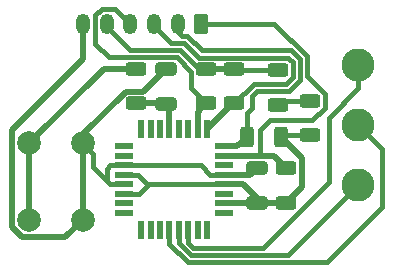
<source format=gbr>
%TF.GenerationSoftware,KiCad,Pcbnew,(6.0.4)*%
%TF.CreationDate,2022-08-13T16:34:13-04:00*%
%TF.ProjectId,Atmega_remote,41746d65-6761-45f7-9265-6d6f74652e6b,rev?*%
%TF.SameCoordinates,Original*%
%TF.FileFunction,Copper,L1,Top*%
%TF.FilePolarity,Positive*%
%FSLAX46Y46*%
G04 Gerber Fmt 4.6, Leading zero omitted, Abs format (unit mm)*
G04 Created by KiCad (PCBNEW (6.0.4)) date 2022-08-13 16:34:13*
%MOMM*%
%LPD*%
G01*
G04 APERTURE LIST*
G04 Aperture macros list*
%AMRoundRect*
0 Rectangle with rounded corners*
0 $1 Rounding radius*
0 $2 $3 $4 $5 $6 $7 $8 $9 X,Y pos of 4 corners*
0 Add a 4 corners polygon primitive as box body*
4,1,4,$2,$3,$4,$5,$6,$7,$8,$9,$2,$3,0*
0 Add four circle primitives for the rounded corners*
1,1,$1+$1,$2,$3*
1,1,$1+$1,$4,$5*
1,1,$1+$1,$6,$7*
1,1,$1+$1,$8,$9*
0 Add four rect primitives between the rounded corners*
20,1,$1+$1,$2,$3,$4,$5,0*
20,1,$1+$1,$4,$5,$6,$7,0*
20,1,$1+$1,$6,$7,$8,$9,0*
20,1,$1+$1,$8,$9,$2,$3,0*%
G04 Aperture macros list end*
%TA.AperFunction,SMDPad,CuDef*%
%ADD10RoundRect,0.250000X0.625000X-0.312500X0.625000X0.312500X-0.625000X0.312500X-0.625000X-0.312500X0*%
%TD*%
%TA.AperFunction,SMDPad,CuDef*%
%ADD11RoundRect,0.250000X-0.625000X0.312500X-0.625000X-0.312500X0.625000X-0.312500X0.625000X0.312500X0*%
%TD*%
%TA.AperFunction,SMDPad,CuDef*%
%ADD12RoundRect,0.250000X0.650000X-0.325000X0.650000X0.325000X-0.650000X0.325000X-0.650000X-0.325000X0*%
%TD*%
%TA.AperFunction,ComponentPad*%
%ADD13C,2.800000*%
%TD*%
%TA.AperFunction,ComponentPad*%
%ADD14C,2.000000*%
%TD*%
%TA.AperFunction,ComponentPad*%
%ADD15RoundRect,0.250000X0.350000X0.625000X-0.350000X0.625000X-0.350000X-0.625000X0.350000X-0.625000X0*%
%TD*%
%TA.AperFunction,ComponentPad*%
%ADD16O,1.200000X1.750000*%
%TD*%
%TA.AperFunction,SMDPad,CuDef*%
%ADD17R,1.600000X0.550000*%
%TD*%
%TA.AperFunction,SMDPad,CuDef*%
%ADD18R,0.550000X1.600000*%
%TD*%
%TA.AperFunction,SMDPad,CuDef*%
%ADD19RoundRect,0.250000X-0.312500X-0.625000X0.312500X-0.625000X0.312500X0.625000X-0.312500X0.625000X0*%
%TD*%
%TA.AperFunction,Conductor*%
%ADD20C,0.400000*%
%TD*%
%TA.AperFunction,Conductor*%
%ADD21C,0.500000*%
%TD*%
G04 APERTURE END LIST*
D10*
%TO.P,J,1*%
%TO.N,VCC*%
X140900000Y-74037500D03*
X140900000Y-76962500D03*
%TD*%
D11*
%TO.P,R5,1*%
%TO.N,Button1*%
X138900000Y-79737500D03*
%TO.P,R5,2*%
%TO.N,VCC*%
X138900000Y-82662500D03*
%TD*%
D12*
%TO.P,C2,1*%
%TO.N,Net-(U1-Pad29)*%
X128700000Y-74275000D03*
%TO.P,C2,2*%
%TO.N,GND*%
X128700000Y-71325000D03*
%TD*%
%TO.P,C1,1*%
%TO.N,VCC*%
X136400000Y-82675000D03*
%TO.P,C1,2*%
%TO.N,GND*%
X136400000Y-79725000D03*
%TD*%
D10*
%TO.P,J,1*%
%TO.N,VCC*%
X138200000Y-74362500D03*
X138200000Y-71437500D03*
%TD*%
D13*
%TO.P,TP0,1,1*%
%TO.N,PB0*%
X145000000Y-76080000D03*
%TD*%
D14*
%TO.P,SW1,1,1*%
%TO.N,Net-(R1-Pad2)*%
X117150000Y-84150000D03*
X117150000Y-77650000D03*
%TO.P,SW1,2,2*%
%TO.N,GND*%
X121650000Y-84150000D03*
X121650000Y-77650000D03*
%TD*%
D10*
%TO.P,R2,1*%
%TO.N,Button4*%
X132100000Y-74262500D03*
%TO.P,R2,2*%
%TO.N,VCC*%
X132100000Y-71337500D03*
%TD*%
D15*
%TO.P,J1,1,Pin_1*%
%TO.N,Button1*%
X131700000Y-67500000D03*
D16*
%TO.P,J1,2,Pin_2*%
%TO.N,Button2*%
X129700000Y-67500000D03*
%TO.P,J1,3,Pin_3*%
%TO.N,Button3*%
X127700000Y-67500000D03*
%TO.P,J1,4,Pin_4*%
%TO.N,Button4*%
X125700000Y-67500000D03*
%TO.P,J1,5,Pin_5*%
%TO.N,VCC*%
X123700000Y-67500000D03*
%TO.P,J1,6,Pin_6*%
%TO.N,GND*%
X121700000Y-67500000D03*
%TD*%
D13*
%TO.P,TP1,1,1*%
%TO.N,PB1*%
X145000000Y-81160000D03*
%TD*%
%TO.P,TP2,1,1*%
%TO.N,PB2*%
X145000000Y-71000000D03*
%TD*%
D10*
%TO.P,R1,1*%
%TO.N,Net-(U1-Pad29)*%
X126200000Y-74262500D03*
%TO.P,R1,2*%
%TO.N,Net-(R1-Pad2)*%
X126200000Y-71337500D03*
%TD*%
D17*
%TO.P,U1,1,PD3*%
%TO.N,unconnected-(U1-Pad1)*%
X125150000Y-77900000D03*
%TO.P,U1,2,PD4*%
%TO.N,unconnected-(U1-Pad2)*%
X125150000Y-78700000D03*
%TO.P,U1,3,GND*%
%TO.N,GND*%
X125150000Y-79500000D03*
%TO.P,U1,4,VCC*%
%TO.N,VCC*%
X125150000Y-80300000D03*
%TO.P,U1,5,GND*%
%TO.N,GND*%
X125150000Y-81100000D03*
%TO.P,U1,6,VCC*%
%TO.N,VCC*%
X125150000Y-81900000D03*
%TO.P,U1,7,XTAL1/PB6*%
%TO.N,unconnected-(U1-Pad7)*%
X125150000Y-82700000D03*
%TO.P,U1,8,XTAL2/PB7*%
%TO.N,unconnected-(U1-Pad8)*%
X125150000Y-83500000D03*
D18*
%TO.P,U1,9,PD5*%
%TO.N,unconnected-(U1-Pad9)*%
X126600000Y-84950000D03*
%TO.P,U1,10,PD6*%
%TO.N,unconnected-(U1-Pad10)*%
X127400000Y-84950000D03*
%TO.P,U1,11,PD7*%
%TO.N,unconnected-(U1-Pad11)*%
X128200000Y-84950000D03*
%TO.P,U1,12,PB0*%
%TO.N,PB0*%
X129000000Y-84950000D03*
%TO.P,U1,13,PB1*%
%TO.N,PB1*%
X129800000Y-84950000D03*
%TO.P,U1,14,PB2*%
%TO.N,PB2*%
X130600000Y-84950000D03*
%TO.P,U1,15,PB3*%
%TO.N,MOSI*%
X131400000Y-84950000D03*
%TO.P,U1,16,PB4*%
%TO.N,MISO*%
X132200000Y-84950000D03*
D17*
%TO.P,U1,17,PB5*%
%TO.N,SCK*%
X133650000Y-83500000D03*
%TO.P,U1,18,AVCC*%
%TO.N,VCC*%
X133650000Y-82700000D03*
%TO.P,U1,19,ADC6*%
%TO.N,unconnected-(U1-Pad19)*%
X133650000Y-81900000D03*
%TO.P,U1,20,AREF*%
%TO.N,VCC*%
X133650000Y-81100000D03*
%TO.P,U1,21,GND*%
%TO.N,GND*%
X133650000Y-80300000D03*
%TO.P,U1,22,ADC7*%
%TO.N,unconnected-(U1-Pad22)*%
X133650000Y-79500000D03*
%TO.P,U1,23,PC0*%
%TO.N,Button1*%
X133650000Y-78700000D03*
%TO.P,U1,24,PC1*%
%TO.N,Button2*%
X133650000Y-77900000D03*
D18*
%TO.P,U1,25,PC2*%
%TO.N,Button3*%
X132200000Y-76450000D03*
%TO.P,U1,26,PC3*%
%TO.N,Button4*%
X131400000Y-76450000D03*
%TO.P,U1,27,PC4*%
%TO.N,unconnected-(U1-Pad27)*%
X130600000Y-76450000D03*
%TO.P,U1,28,PC5*%
%TO.N,unconnected-(U1-Pad28)*%
X129800000Y-76450000D03*
%TO.P,U1,29,~{RESET}/PC6*%
%TO.N,Net-(U1-Pad29)*%
X129000000Y-76450000D03*
%TO.P,U1,30,PD0*%
%TO.N,unconnected-(U1-Pad30)*%
X128200000Y-76450000D03*
%TO.P,U1,31,PD1*%
%TO.N,unconnected-(U1-Pad31)*%
X127400000Y-76450000D03*
%TO.P,U1,32,PD2*%
%TO.N,unconnected-(U1-Pad32)*%
X126600000Y-76450000D03*
%TD*%
D19*
%TO.P,R4,1*%
%TO.N,Button2*%
X135537500Y-77100000D03*
%TO.P,R4,2*%
%TO.N,VCC*%
X138462500Y-77100000D03*
%TD*%
D10*
%TO.P,R3,1*%
%TO.N,Button3*%
X134500000Y-74262500D03*
%TO.P,R3,2*%
%TO.N,VCC*%
X134500000Y-71337500D03*
%TD*%
D20*
%TO.N,VCC*%
X134600000Y-71437500D02*
X134500000Y-71337500D01*
D21*
X140224520Y-81337980D02*
X138900000Y-82662500D01*
X140224520Y-78862020D02*
X140224520Y-81337980D01*
D20*
X123700000Y-67781440D02*
X125669520Y-69750960D01*
X126324022Y-80300000D02*
X125150000Y-80300000D01*
X131524606Y-71337500D02*
X132100000Y-71337500D01*
X138200000Y-76837500D02*
X138462500Y-77100000D01*
X123700000Y-67500000D02*
X123700000Y-67781440D01*
X140900000Y-74037500D02*
X138525000Y-74037500D01*
D21*
X133675000Y-82675000D02*
X133650000Y-82700000D01*
D20*
X138525000Y-74037500D02*
X138200000Y-74362500D01*
D21*
X138900000Y-82662500D02*
X136412500Y-82662500D01*
D20*
X125669520Y-69750960D02*
X129938066Y-69750960D01*
X129938066Y-69750960D02*
X131524606Y-71337500D01*
X140900000Y-76962500D02*
X138600000Y-76962500D01*
X125150000Y-81900000D02*
X126450000Y-81900000D01*
X126450000Y-81900000D02*
X127124022Y-81225978D01*
X127124022Y-81100000D02*
X126324022Y-80300000D01*
X138600000Y-76962500D02*
X138462500Y-77100000D01*
D21*
X136412500Y-82662500D02*
X136400000Y-82675000D01*
D20*
X138200000Y-71437500D02*
X134600000Y-71437500D01*
D21*
X138462500Y-77100000D02*
X140224520Y-78862020D01*
X136400000Y-82300000D02*
X135200000Y-81100000D01*
X136400000Y-82675000D02*
X136400000Y-82300000D01*
X132100000Y-71337500D02*
X134500000Y-71337500D01*
D20*
X133650000Y-81100000D02*
X127124022Y-81100000D01*
X127124022Y-81225978D02*
X127124022Y-81100000D01*
D21*
X135200000Y-81100000D02*
X133650000Y-81100000D01*
X136400000Y-82675000D02*
X133675000Y-82675000D01*
D20*
%TO.N,GND*%
X123975978Y-79500000D02*
X123700000Y-79775978D01*
X123700000Y-80824022D02*
X123975978Y-81100000D01*
X122500000Y-78500000D02*
X122500000Y-79624022D01*
D21*
X115700489Y-84750408D02*
X116549592Y-85599511D01*
X125285250Y-73250480D02*
X121650000Y-76885730D01*
X121650000Y-76885730D02*
X121650000Y-77650000D01*
X128700000Y-71325000D02*
X126774520Y-73250480D01*
D20*
X123975978Y-81100000D02*
X125150000Y-81100000D01*
X121650000Y-77650000D02*
X122500000Y-78500000D01*
X123700000Y-79775978D02*
X123700000Y-80824022D01*
D21*
X136400000Y-79725000D02*
X135825000Y-80300000D01*
X115700489Y-76499511D02*
X115700489Y-84750408D01*
X126774520Y-73250480D02*
X125285250Y-73250480D01*
X120200489Y-85599511D02*
X121650000Y-84150000D01*
D20*
X132475978Y-80300000D02*
X133650000Y-80300000D01*
X125150000Y-79500000D02*
X131675978Y-79500000D01*
D21*
X121650000Y-84150000D02*
X121650000Y-77650000D01*
X116549592Y-85599511D02*
X120200489Y-85599511D01*
X121700000Y-70500000D02*
X115700489Y-76499511D01*
X135825000Y-80300000D02*
X133650000Y-80300000D01*
D20*
X122500000Y-79624022D02*
X123700000Y-80824022D01*
X131675978Y-79500000D02*
X132475978Y-80300000D01*
D21*
X121700000Y-67500000D02*
X121700000Y-70500000D01*
D20*
X125150000Y-79500000D02*
X123975978Y-79500000D01*
D21*
%TO.N,Net-(U1-Pad29)*%
X128700000Y-74275000D02*
X129000000Y-74575000D01*
X126200000Y-74262500D02*
X128687500Y-74262500D01*
X129000000Y-74575000D02*
X129000000Y-76450000D01*
X128687500Y-74262500D02*
X128700000Y-74275000D01*
%TO.N,Button4*%
X131400000Y-76450000D02*
X131400000Y-74962500D01*
D20*
X122700480Y-66810986D02*
X122700480Y-69200480D01*
X125700000Y-67500000D02*
X124425480Y-66225480D01*
X123850480Y-70350480D02*
X129619039Y-70350480D01*
X130825480Y-71556921D02*
X130825480Y-72987980D01*
X129619039Y-70350480D02*
X130825480Y-71556921D01*
X123285986Y-66225480D02*
X122700480Y-66810986D01*
D21*
X131400000Y-74962500D02*
X132100000Y-74262500D01*
D20*
X122700480Y-69200480D02*
X123850480Y-70350480D01*
X124425480Y-66225480D02*
X123285986Y-66225480D01*
X130825480Y-72987980D02*
X132100000Y-74262500D01*
D21*
%TO.N,Net-(R1-Pad2)*%
X123462500Y-71337500D02*
X126200000Y-71337500D01*
X117150000Y-77650000D02*
X123462500Y-71337500D01*
X117150000Y-84150000D02*
X117150000Y-77650000D01*
D20*
%TO.N,Button3*%
X139474520Y-70774520D02*
X139474520Y-72019039D01*
X127700000Y-67700000D02*
X129151440Y-69151440D01*
D21*
X134500000Y-74262500D02*
X134387500Y-74262500D01*
D20*
X127700000Y-67500000D02*
X127700000Y-67700000D01*
X130257106Y-69151440D02*
X131481146Y-70375480D01*
X129151440Y-69151440D02*
X130257106Y-69151440D01*
X138893559Y-72600000D02*
X136162500Y-72600000D01*
X139474520Y-72019039D02*
X138893559Y-72600000D01*
D21*
X134387500Y-74262500D02*
X132200000Y-76450000D01*
D20*
X136162500Y-72600000D02*
X134500000Y-74262500D01*
X139075480Y-70375480D02*
X139474520Y-70774520D01*
X131481146Y-70375480D02*
X139075480Y-70375480D01*
%TO.N,Button2*%
X139141408Y-73200000D02*
X136410350Y-73200000D01*
X131729476Y-69775960D02*
X139323810Y-69775960D01*
X129700000Y-67500000D02*
X129700000Y-68200000D01*
X136000000Y-74618559D02*
X135537500Y-75081059D01*
X129700000Y-68200000D02*
X130051920Y-68551920D01*
D21*
X134737500Y-77900000D02*
X135537500Y-77100000D01*
D20*
X139323810Y-69775960D02*
X140074040Y-70526191D01*
X135537500Y-75081059D02*
X135537500Y-77100000D01*
X130051920Y-68551920D02*
X130505436Y-68551920D01*
X130505436Y-68551920D02*
X131729476Y-69775960D01*
X140074040Y-70526191D02*
X140074040Y-72267369D01*
X139993315Y-72348093D02*
X139141408Y-73200000D01*
D21*
X133650000Y-77900000D02*
X134737500Y-77900000D01*
D20*
X136000000Y-73610350D02*
X136000000Y-74618559D01*
X136410350Y-73200000D02*
X136000000Y-73610350D01*
X140074040Y-72267369D02*
X139993315Y-72348093D01*
%TO.N,Button1*%
X140673560Y-71955001D02*
X142174520Y-73455961D01*
X140673560Y-70277862D02*
X140673560Y-71955001D01*
D21*
X138900000Y-79737500D02*
X137862500Y-78700000D01*
D20*
X142174520Y-73455961D02*
X142174520Y-74619039D01*
X136700000Y-76500000D02*
X136700000Y-78700000D01*
X137500000Y-75700000D02*
X136700000Y-76500000D01*
D21*
X137862500Y-78700000D02*
X136700000Y-78700000D01*
D20*
X137895698Y-67500000D02*
X140673560Y-70277862D01*
X131700000Y-67500000D02*
X137895698Y-67500000D01*
X141093559Y-75700000D02*
X137500000Y-75700000D01*
X142174520Y-74619039D02*
X141093559Y-75700000D01*
D21*
X136700000Y-78700000D02*
X133650000Y-78700000D01*
D20*
%TO.N,PB0*%
X129000000Y-86157711D02*
X129000000Y-84950000D01*
X147000000Y-78080000D02*
X147000000Y-83000000D01*
X147000000Y-83000000D02*
X142300960Y-87699040D01*
X130541329Y-87699040D02*
X129000000Y-86157711D01*
X145000000Y-76080000D02*
X147000000Y-78080000D01*
X142300960Y-87699040D02*
X130541329Y-87699040D01*
%TO.N,PB1*%
X130789659Y-87099520D02*
X129800000Y-86109861D01*
X129800000Y-86109861D02*
X129800000Y-84950000D01*
X145000000Y-81160000D02*
X139060480Y-87099520D01*
X139060480Y-87099520D02*
X130789659Y-87099520D01*
%TO.N,PB2*%
X145000000Y-72979898D02*
X142500000Y-75479898D01*
X142500000Y-80918559D02*
X136918559Y-86500000D01*
X145000000Y-71000000D02*
X145000000Y-72979898D01*
X130600000Y-86062011D02*
X130600000Y-84950000D01*
X142500000Y-75479898D02*
X142500000Y-80918559D01*
X136918559Y-86500000D02*
X131037989Y-86500000D01*
X131037989Y-86500000D02*
X130600000Y-86062011D01*
%TD*%
M02*

</source>
